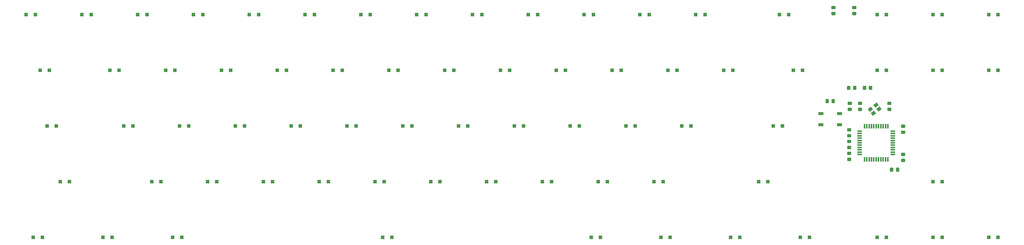
<source format=gbp>
%TF.GenerationSoftware,KiCad,Pcbnew,(5.1.6)-1*%
%TF.CreationDate,2020-08-04T19:17:24-04:00*%
%TF.ProjectId,prosaic,70726f73-6169-4632-9e6b-696361645f70,A.1*%
%TF.SameCoordinates,Original*%
%TF.FileFunction,Paste,Bot*%
%TF.FilePolarity,Positive*%
%FSLAX46Y46*%
G04 Gerber Fmt 4.6, Leading zero omitted, Abs format (unit mm)*
G04 Created by KiCad (PCBNEW (5.1.6)-1) date 2020-08-04 19:17:24*
%MOMM*%
%LPD*%
G01*
G04 APERTURE LIST*
%ADD10R,1.200000X1.200000*%
%ADD11R,1.700000X1.000000*%
%ADD12R,0.550000X1.500000*%
%ADD13R,1.500000X0.550000*%
%ADD14C,0.100000*%
G04 APERTURE END LIST*
%TO.C,C1*%
G36*
G01*
X338450001Y-115575000D02*
X337549999Y-115575000D01*
G75*
G02*
X337300000Y-115325001I0J249999D01*
G01*
X337300000Y-114674999D01*
G75*
G02*
X337549999Y-114425000I249999J0D01*
G01*
X338450001Y-114425000D01*
G75*
G02*
X338700000Y-114674999I0J-249999D01*
G01*
X338700000Y-115325001D01*
G75*
G02*
X338450001Y-115575000I-249999J0D01*
G01*
G37*
G36*
G01*
X338450001Y-117625000D02*
X337549999Y-117625000D01*
G75*
G02*
X337300000Y-117375001I0J249999D01*
G01*
X337300000Y-116724999D01*
G75*
G02*
X337549999Y-116475000I249999J0D01*
G01*
X338450001Y-116475000D01*
G75*
G02*
X338700000Y-116724999I0J-249999D01*
G01*
X338700000Y-117375001D01*
G75*
G02*
X338450001Y-117625000I-249999J0D01*
G01*
G37*
%TD*%
%TO.C,C2*%
G36*
G01*
X348450001Y-115575000D02*
X347549999Y-115575000D01*
G75*
G02*
X347300000Y-115325001I0J249999D01*
G01*
X347300000Y-114674999D01*
G75*
G02*
X347549999Y-114425000I249999J0D01*
G01*
X348450001Y-114425000D01*
G75*
G02*
X348700000Y-114674999I0J-249999D01*
G01*
X348700000Y-115325001D01*
G75*
G02*
X348450001Y-115575000I-249999J0D01*
G01*
G37*
G36*
G01*
X348450001Y-117625000D02*
X347549999Y-117625000D01*
G75*
G02*
X347300000Y-117375001I0J249999D01*
G01*
X347300000Y-116724999D01*
G75*
G02*
X347549999Y-116475000I249999J0D01*
G01*
X348450001Y-116475000D01*
G75*
G02*
X348700000Y-116724999I0J-249999D01*
G01*
X348700000Y-117375001D01*
G75*
G02*
X348450001Y-117625000I-249999J0D01*
G01*
G37*
%TD*%
%TO.C,C3*%
G36*
G01*
X350250000Y-138150001D02*
X350250000Y-137249999D01*
G75*
G02*
X350499999Y-137000000I249999J0D01*
G01*
X351150001Y-137000000D01*
G75*
G02*
X351400000Y-137249999I0J-249999D01*
G01*
X351400000Y-138150001D01*
G75*
G02*
X351150001Y-138400000I-249999J0D01*
G01*
X350499999Y-138400000D01*
G75*
G02*
X350250000Y-138150001I0J249999D01*
G01*
G37*
G36*
G01*
X348200000Y-138150001D02*
X348200000Y-137249999D01*
G75*
G02*
X348449999Y-137000000I249999J0D01*
G01*
X349100001Y-137000000D01*
G75*
G02*
X349350000Y-137249999I0J-249999D01*
G01*
X349350000Y-138150001D01*
G75*
G02*
X349100001Y-138400000I-249999J0D01*
G01*
X348449999Y-138400000D01*
G75*
G02*
X348200000Y-138150001I0J249999D01*
G01*
G37*
%TD*%
%TO.C,C4*%
G36*
G01*
X353140001Y-123415000D02*
X352239999Y-123415000D01*
G75*
G02*
X351990000Y-123165001I0J249999D01*
G01*
X351990000Y-122514999D01*
G75*
G02*
X352239999Y-122265000I249999J0D01*
G01*
X353140001Y-122265000D01*
G75*
G02*
X353390000Y-122514999I0J-249999D01*
G01*
X353390000Y-123165001D01*
G75*
G02*
X353140001Y-123415000I-249999J0D01*
G01*
G37*
G36*
G01*
X353140001Y-125465000D02*
X352239999Y-125465000D01*
G75*
G02*
X351990000Y-125215001I0J249999D01*
G01*
X351990000Y-124564999D01*
G75*
G02*
X352239999Y-124315000I249999J0D01*
G01*
X353140001Y-124315000D01*
G75*
G02*
X353390000Y-124564999I0J-249999D01*
G01*
X353390000Y-125215001D01*
G75*
G02*
X353140001Y-125465000I-249999J0D01*
G01*
G37*
%TD*%
%TO.C,C5*%
G36*
G01*
X334750001Y-124625000D02*
X333849999Y-124625000D01*
G75*
G02*
X333600000Y-124375001I0J249999D01*
G01*
X333600000Y-123724999D01*
G75*
G02*
X333849999Y-123475000I249999J0D01*
G01*
X334750001Y-123475000D01*
G75*
G02*
X335000000Y-123724999I0J-249999D01*
G01*
X335000000Y-124375001D01*
G75*
G02*
X334750001Y-124625000I-249999J0D01*
G01*
G37*
G36*
G01*
X334750001Y-126675000D02*
X333849999Y-126675000D01*
G75*
G02*
X333600000Y-126425001I0J249999D01*
G01*
X333600000Y-125774999D01*
G75*
G02*
X333849999Y-125525000I249999J0D01*
G01*
X334750001Y-125525000D01*
G75*
G02*
X335000000Y-125774999I0J-249999D01*
G01*
X335000000Y-126425001D01*
G75*
G02*
X334750001Y-126675000I-249999J0D01*
G01*
G37*
%TD*%
%TO.C,C6*%
G36*
G01*
X334950001Y-115575000D02*
X334049999Y-115575000D01*
G75*
G02*
X333800000Y-115325001I0J249999D01*
G01*
X333800000Y-114674999D01*
G75*
G02*
X334049999Y-114425000I249999J0D01*
G01*
X334950001Y-114425000D01*
G75*
G02*
X335200000Y-114674999I0J-249999D01*
G01*
X335200000Y-115325001D01*
G75*
G02*
X334950001Y-115575000I-249999J0D01*
G01*
G37*
G36*
G01*
X334950001Y-117625000D02*
X334049999Y-117625000D01*
G75*
G02*
X333800000Y-117375001I0J249999D01*
G01*
X333800000Y-116724999D01*
G75*
G02*
X334049999Y-116475000I249999J0D01*
G01*
X334950001Y-116475000D01*
G75*
G02*
X335200000Y-116724999I0J-249999D01*
G01*
X335200000Y-117375001D01*
G75*
G02*
X334950001Y-117625000I-249999J0D01*
G01*
G37*
%TD*%
%TO.C,C7*%
G36*
G01*
X333849999Y-133575000D02*
X334750001Y-133575000D01*
G75*
G02*
X335000000Y-133824999I0J-249999D01*
G01*
X335000000Y-134475001D01*
G75*
G02*
X334750001Y-134725000I-249999J0D01*
G01*
X333849999Y-134725000D01*
G75*
G02*
X333600000Y-134475001I0J249999D01*
G01*
X333600000Y-133824999D01*
G75*
G02*
X333849999Y-133575000I249999J0D01*
G01*
G37*
G36*
G01*
X333849999Y-131525000D02*
X334750001Y-131525000D01*
G75*
G02*
X335000000Y-131774999I0J-249999D01*
G01*
X335000000Y-132425001D01*
G75*
G02*
X334750001Y-132675000I-249999J0D01*
G01*
X333849999Y-132675000D01*
G75*
G02*
X333600000Y-132425001I0J249999D01*
G01*
X333600000Y-131774999D01*
G75*
G02*
X333849999Y-131525000I249999J0D01*
G01*
G37*
%TD*%
%TO.C,C8*%
G36*
G01*
X334750001Y-128625000D02*
X333849999Y-128625000D01*
G75*
G02*
X333600000Y-128375001I0J249999D01*
G01*
X333600000Y-127724999D01*
G75*
G02*
X333849999Y-127475000I249999J0D01*
G01*
X334750001Y-127475000D01*
G75*
G02*
X335000000Y-127724999I0J-249999D01*
G01*
X335000000Y-128375001D01*
G75*
G02*
X334750001Y-128625000I-249999J0D01*
G01*
G37*
G36*
G01*
X334750001Y-130675000D02*
X333849999Y-130675000D01*
G75*
G02*
X333600000Y-130425001I0J249999D01*
G01*
X333600000Y-129774999D01*
G75*
G02*
X333849999Y-129525000I249999J0D01*
G01*
X334750001Y-129525000D01*
G75*
G02*
X335000000Y-129774999I0J-249999D01*
G01*
X335000000Y-130425001D01*
G75*
G02*
X334750001Y-130675000I-249999J0D01*
G01*
G37*
%TD*%
D10*
%TO.C,D1*%
X53309064Y-84669767D03*
X56459064Y-84669767D03*
%TD*%
%TO.C,D6*%
X72358294Y-84669767D03*
X75508294Y-84669767D03*
%TD*%
%TO.C,D11*%
X91407594Y-84669767D03*
X94557594Y-84669767D03*
%TD*%
%TO.C,D16*%
X110457594Y-84669767D03*
X113607594Y-84669767D03*
%TD*%
%TO.C,D21*%
X129508294Y-84669767D03*
X132658294Y-84669767D03*
%TD*%
%TO.C,D26*%
X148557594Y-84669767D03*
X151707594Y-84669767D03*
%TD*%
%TO.C,D31*%
X167607894Y-84669767D03*
X170757894Y-84669767D03*
%TD*%
%TO.C,D36*%
X186658894Y-84669767D03*
X189808894Y-84669767D03*
%TD*%
%TO.C,D41*%
X205708894Y-84669767D03*
X208858894Y-84669767D03*
%TD*%
%TO.C,D46*%
X224758894Y-84669767D03*
X227908894Y-84669767D03*
%TD*%
%TO.C,D51*%
X243808894Y-84669767D03*
X246958894Y-84669767D03*
%TD*%
%TO.C,D56*%
X262858894Y-84669767D03*
X266008894Y-84669767D03*
%TD*%
%TO.C,D60*%
X281908894Y-84669767D03*
X285058894Y-84669767D03*
%TD*%
%TO.C,D64*%
X310483894Y-84668917D03*
X313633894Y-84668917D03*
%TD*%
%TO.C,D68*%
X343820894Y-84669767D03*
X346970894Y-84669767D03*
%TD*%
%TO.C,D66*%
X362870894Y-84669767D03*
X366020894Y-84669767D03*
%TD*%
%TO.C,D70*%
X381920894Y-84669767D03*
X385070894Y-84669767D03*
%TD*%
%TO.C,D2*%
X58070879Y-103719067D03*
X61220879Y-103719067D03*
%TD*%
%TO.C,D7*%
X81883994Y-103719067D03*
X85033994Y-103719067D03*
%TD*%
%TO.C,D12*%
X100933994Y-103719067D03*
X104083994Y-103719067D03*
%TD*%
%TO.C,D17*%
X119983294Y-103719067D03*
X123133294Y-103719067D03*
%TD*%
%TO.C,D22*%
X139033094Y-103719067D03*
X142183094Y-103719067D03*
%TD*%
%TO.C,D27*%
X158082894Y-103719067D03*
X161232894Y-103719067D03*
%TD*%
%TO.C,D32*%
X177132894Y-103719067D03*
X180282894Y-103719067D03*
%TD*%
%TO.C,D37*%
X196183894Y-103719067D03*
X199333894Y-103719067D03*
%TD*%
%TO.C,D42*%
X215233894Y-103719067D03*
X218383894Y-103719067D03*
%TD*%
%TO.C,D47*%
X234283894Y-103719067D03*
X237433894Y-103719067D03*
%TD*%
%TO.C,D52*%
X253333894Y-103719067D03*
X256483894Y-103719067D03*
%TD*%
%TO.C,D57*%
X272383894Y-103719067D03*
X275533894Y-103719067D03*
%TD*%
%TO.C,D61*%
X291433394Y-103719067D03*
X294583394Y-103719067D03*
%TD*%
%TO.C,D65*%
X315245894Y-103719067D03*
X318395894Y-103719067D03*
%TD*%
%TO.C,D69*%
X343820894Y-103719067D03*
X346970894Y-103719067D03*
%TD*%
%TO.C,D67*%
X362870894Y-103719067D03*
X366020894Y-103719067D03*
%TD*%
%TO.C,D71*%
X381920894Y-103719067D03*
X385070894Y-103719067D03*
%TD*%
%TO.C,D3*%
X60451454Y-122768317D03*
X63601454Y-122768317D03*
%TD*%
%TO.C,D8*%
X86645794Y-122768317D03*
X89795794Y-122768317D03*
%TD*%
%TO.C,D13*%
X105695794Y-122768317D03*
X108845794Y-122768317D03*
%TD*%
%TO.C,D18*%
X124745794Y-122768317D03*
X127895794Y-122768317D03*
%TD*%
%TO.C,D23*%
X143795844Y-122768317D03*
X146945844Y-122768317D03*
%TD*%
%TO.C,D28*%
X162845894Y-122768317D03*
X165995894Y-122768317D03*
%TD*%
%TO.C,D33*%
X181895894Y-122768317D03*
X185045894Y-122768317D03*
%TD*%
%TO.C,D38*%
X200945894Y-122768317D03*
X204095894Y-122768317D03*
%TD*%
%TO.C,D43*%
X219995894Y-122768317D03*
X223145894Y-122768317D03*
%TD*%
%TO.C,D48*%
X239045894Y-122768317D03*
X242195894Y-122768317D03*
%TD*%
%TO.C,D53*%
X258095894Y-122768317D03*
X261245894Y-122768317D03*
%TD*%
%TO.C,D58*%
X277145894Y-122768317D03*
X280295894Y-122768317D03*
%TD*%
%TO.C,D62*%
X308345394Y-122768917D03*
X311495394Y-122768917D03*
%TD*%
%TO.C,D4*%
X64971394Y-141818967D03*
X68121394Y-141818967D03*
%TD*%
%TO.C,D9*%
X96170794Y-141818267D03*
X99320794Y-141818267D03*
%TD*%
%TO.C,D14*%
X115220794Y-141818267D03*
X118370794Y-141818267D03*
%TD*%
%TO.C,D19*%
X134270794Y-141818267D03*
X137420794Y-141818267D03*
%TD*%
%TO.C,D24*%
X153320894Y-141818267D03*
X156470894Y-141818267D03*
%TD*%
%TO.C,D29*%
X172370894Y-141818267D03*
X175520894Y-141818267D03*
%TD*%
%TO.C,D34*%
X191420894Y-141818267D03*
X194570894Y-141818267D03*
%TD*%
%TO.C,D39*%
X210470894Y-141818267D03*
X213620894Y-141818267D03*
%TD*%
%TO.C,D44*%
X229520894Y-141818267D03*
X232670894Y-141818267D03*
%TD*%
%TO.C,D49*%
X248570894Y-141818267D03*
X251720894Y-141818267D03*
%TD*%
%TO.C,D54*%
X267620894Y-141818267D03*
X270770894Y-141818267D03*
%TD*%
%TO.C,D59*%
X303339894Y-141818967D03*
X306489894Y-141818967D03*
%TD*%
%TO.C,D63*%
X362870894Y-141818267D03*
X366020894Y-141818267D03*
%TD*%
%TO.C,D5*%
X55690344Y-160868287D03*
X58840344Y-160868287D03*
%TD*%
%TO.C,D10*%
X79501394Y-160868287D03*
X82651394Y-160868287D03*
%TD*%
%TO.C,D15*%
X103315294Y-160868287D03*
X106465294Y-160868287D03*
%TD*%
%TO.C,D20*%
X174995394Y-160868962D03*
X178145394Y-160868962D03*
%TD*%
%TO.C,D25*%
X246190394Y-160868287D03*
X249340394Y-160868287D03*
%TD*%
%TO.C,D30*%
X270001394Y-160868287D03*
X273151394Y-160868287D03*
%TD*%
%TO.C,D35*%
X293815394Y-160868287D03*
X296965394Y-160868287D03*
%TD*%
%TO.C,D40*%
X317626394Y-160868287D03*
X320776394Y-160868287D03*
%TD*%
%TO.C,D45*%
X343820894Y-160868287D03*
X346970894Y-160868287D03*
%TD*%
%TO.C,D50*%
X362870894Y-160868287D03*
X366020894Y-160868287D03*
%TD*%
%TO.C,D55*%
X381920894Y-160868287D03*
X385070894Y-160868287D03*
%TD*%
%TO.C,R1*%
G36*
G01*
X328250000Y-114700001D02*
X328250000Y-113799999D01*
G75*
G02*
X328499999Y-113550000I249999J0D01*
G01*
X329150001Y-113550000D01*
G75*
G02*
X329400000Y-113799999I0J-249999D01*
G01*
X329400000Y-114700001D01*
G75*
G02*
X329150001Y-114950000I-249999J0D01*
G01*
X328499999Y-114950000D01*
G75*
G02*
X328250000Y-114700001I0J249999D01*
G01*
G37*
G36*
G01*
X326200000Y-114700001D02*
X326200000Y-113799999D01*
G75*
G02*
X326449999Y-113550000I249999J0D01*
G01*
X327100001Y-113550000D01*
G75*
G02*
X327350000Y-113799999I0J-249999D01*
G01*
X327350000Y-114700001D01*
G75*
G02*
X327100001Y-114950000I-249999J0D01*
G01*
X326449999Y-114950000D01*
G75*
G02*
X326200000Y-114700001I0J249999D01*
G01*
G37*
%TD*%
%TO.C,R2*%
G36*
G01*
X353150001Y-133050000D02*
X352249999Y-133050000D01*
G75*
G02*
X352000000Y-132800001I0J249999D01*
G01*
X352000000Y-132149999D01*
G75*
G02*
X352249999Y-131900000I249999J0D01*
G01*
X353150001Y-131900000D01*
G75*
G02*
X353400000Y-132149999I0J-249999D01*
G01*
X353400000Y-132800001D01*
G75*
G02*
X353150001Y-133050000I-249999J0D01*
G01*
G37*
G36*
G01*
X353150001Y-135100000D02*
X352249999Y-135100000D01*
G75*
G02*
X352000000Y-134850001I0J249999D01*
G01*
X352000000Y-134199999D01*
G75*
G02*
X352249999Y-133950000I249999J0D01*
G01*
X353150001Y-133950000D01*
G75*
G02*
X353400000Y-134199999I0J-249999D01*
G01*
X353400000Y-134850001D01*
G75*
G02*
X353150001Y-135100000I-249999J0D01*
G01*
G37*
%TD*%
%TO.C,R3*%
G36*
G01*
X333555000Y-110160001D02*
X333555000Y-109259999D01*
G75*
G02*
X333804999Y-109010000I249999J0D01*
G01*
X334455001Y-109010000D01*
G75*
G02*
X334705000Y-109259999I0J-249999D01*
G01*
X334705000Y-110160001D01*
G75*
G02*
X334455001Y-110410000I-249999J0D01*
G01*
X333804999Y-110410000D01*
G75*
G02*
X333555000Y-110160001I0J249999D01*
G01*
G37*
G36*
G01*
X335605000Y-110160001D02*
X335605000Y-109259999D01*
G75*
G02*
X335854999Y-109010000I249999J0D01*
G01*
X336505001Y-109010000D01*
G75*
G02*
X336755000Y-109259999I0J-249999D01*
G01*
X336755000Y-110160001D01*
G75*
G02*
X336505001Y-110410000I-249999J0D01*
G01*
X335854999Y-110410000D01*
G75*
G02*
X335605000Y-110160001I0J249999D01*
G01*
G37*
%TD*%
%TO.C,R4*%
G36*
G01*
X341005000Y-110140001D02*
X341005000Y-109239999D01*
G75*
G02*
X341254999Y-108990000I249999J0D01*
G01*
X341905001Y-108990000D01*
G75*
G02*
X342155000Y-109239999I0J-249999D01*
G01*
X342155000Y-110140001D01*
G75*
G02*
X341905001Y-110390000I-249999J0D01*
G01*
X341254999Y-110390000D01*
G75*
G02*
X341005000Y-110140001I0J249999D01*
G01*
G37*
G36*
G01*
X338955000Y-110140001D02*
X338955000Y-109239999D01*
G75*
G02*
X339204999Y-108990000I249999J0D01*
G01*
X339855001Y-108990000D01*
G75*
G02*
X340105000Y-109239999I0J-249999D01*
G01*
X340105000Y-110140001D01*
G75*
G02*
X339855001Y-110390000I-249999J0D01*
G01*
X339204999Y-110390000D01*
G75*
G02*
X338955000Y-110140001I0J249999D01*
G01*
G37*
%TD*%
D11*
%TO.C,SW1*%
X330940000Y-118540000D03*
X324640000Y-118540000D03*
X330940000Y-122340000D03*
X324640000Y-122340000D03*
%TD*%
D12*
%TO.C,U1*%
X339500000Y-134200000D03*
X340300000Y-134200000D03*
X341100000Y-134200000D03*
X341900000Y-134200000D03*
X342700000Y-134200000D03*
X343500000Y-134200000D03*
X344300000Y-134200000D03*
X345100000Y-134200000D03*
X345900000Y-134200000D03*
X346700000Y-134200000D03*
X347500000Y-134200000D03*
D13*
X349200000Y-132500000D03*
X349200000Y-131700000D03*
X349200000Y-130900000D03*
X349200000Y-130100000D03*
X349200000Y-129300000D03*
X349200000Y-128500000D03*
X349200000Y-127700000D03*
X349200000Y-126900000D03*
X349200000Y-126100000D03*
X349200000Y-125300000D03*
X349200000Y-124500000D03*
D12*
X347500000Y-122800000D03*
X346700000Y-122800000D03*
X345900000Y-122800000D03*
X345100000Y-122800000D03*
X344300000Y-122800000D03*
X343500000Y-122800000D03*
X342700000Y-122800000D03*
X341900000Y-122800000D03*
X341100000Y-122800000D03*
X340300000Y-122800000D03*
X339500000Y-122800000D03*
D13*
X337800000Y-124500000D03*
X337800000Y-125300000D03*
X337800000Y-126100000D03*
X337800000Y-126900000D03*
X337800000Y-127700000D03*
X337800000Y-128500000D03*
X337800000Y-129300000D03*
X337800000Y-130100000D03*
X337800000Y-130900000D03*
X337800000Y-131700000D03*
X337800000Y-132500000D03*
%TD*%
D14*
%TO.C,X1*%
G36*
X343248864Y-116499434D02*
G01*
X342526686Y-115541071D01*
X343644776Y-114698530D01*
X344366954Y-115656893D01*
X343248864Y-116499434D01*
G37*
G36*
X341332139Y-117943790D02*
G01*
X340609961Y-116985427D01*
X341728051Y-116142886D01*
X342450229Y-117101249D01*
X341332139Y-117943790D01*
G37*
G36*
X344271949Y-117857114D02*
G01*
X343549771Y-116898751D01*
X344667861Y-116056210D01*
X345390039Y-117014573D01*
X344271949Y-117857114D01*
G37*
G36*
X342355224Y-119301470D02*
G01*
X341633046Y-118343107D01*
X342751136Y-117500566D01*
X343473314Y-118458929D01*
X342355224Y-119301470D01*
G37*
%TD*%
%TO.C,R5*%
G36*
G01*
X336460001Y-82815000D02*
X335559999Y-82815000D01*
G75*
G02*
X335310000Y-82565001I0J249999D01*
G01*
X335310000Y-81914999D01*
G75*
G02*
X335559999Y-81665000I249999J0D01*
G01*
X336460001Y-81665000D01*
G75*
G02*
X336710000Y-81914999I0J-249999D01*
G01*
X336710000Y-82565001D01*
G75*
G02*
X336460001Y-82815000I-249999J0D01*
G01*
G37*
G36*
G01*
X336460001Y-84865000D02*
X335559999Y-84865000D01*
G75*
G02*
X335310000Y-84615001I0J249999D01*
G01*
X335310000Y-83964999D01*
G75*
G02*
X335559999Y-83715000I249999J0D01*
G01*
X336460001Y-83715000D01*
G75*
G02*
X336710000Y-83964999I0J-249999D01*
G01*
X336710000Y-84615001D01*
G75*
G02*
X336460001Y-84865000I-249999J0D01*
G01*
G37*
%TD*%
%TO.C,R6*%
G36*
G01*
X329360001Y-84860000D02*
X328459999Y-84860000D01*
G75*
G02*
X328210000Y-84610001I0J249999D01*
G01*
X328210000Y-83959999D01*
G75*
G02*
X328459999Y-83710000I249999J0D01*
G01*
X329360001Y-83710000D01*
G75*
G02*
X329610000Y-83959999I0J-249999D01*
G01*
X329610000Y-84610001D01*
G75*
G02*
X329360001Y-84860000I-249999J0D01*
G01*
G37*
G36*
G01*
X329360001Y-82810000D02*
X328459999Y-82810000D01*
G75*
G02*
X328210000Y-82560001I0J249999D01*
G01*
X328210000Y-81909999D01*
G75*
G02*
X328459999Y-81660000I249999J0D01*
G01*
X329360001Y-81660000D01*
G75*
G02*
X329610000Y-81909999I0J-249999D01*
G01*
X329610000Y-82560001D01*
G75*
G02*
X329360001Y-82810000I-249999J0D01*
G01*
G37*
%TD*%
M02*

</source>
